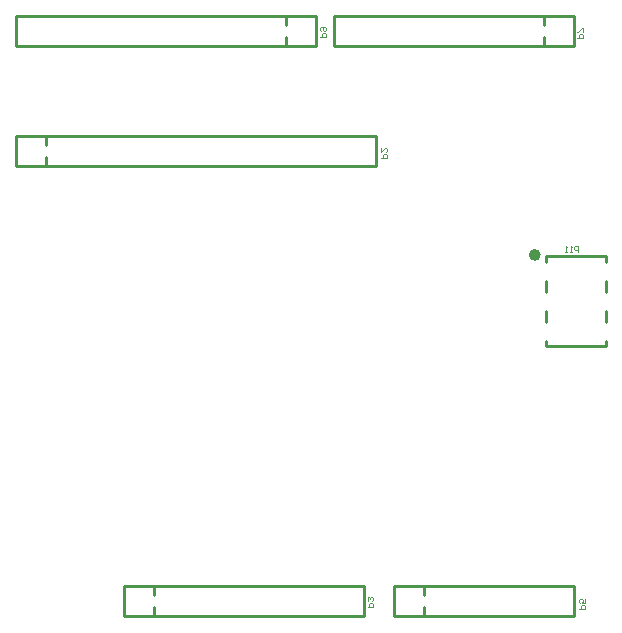
<source format=gbo>
G04*
G04 #@! TF.GenerationSoftware,Altium Limited,Altium Designer,22.6.1 (34)*
G04*
G04 Layer_Color=32896*
%FSLAX24Y24*%
%MOIN*%
G70*
G04*
G04 #@! TF.SameCoordinates,96953D4B-66F2-4494-BDAD-B8F046598AF4*
G04*
G04*
G04 #@! TF.FilePolarity,Positive*
G04*
G01*
G75*
%ADD13C,0.0100*%
%ADD14C,0.0200*%
%ADD17C,0.0039*%
D13*
X20550Y10223D02*
Y10412D01*
X22550Y10223D02*
Y10412D01*
X20550Y11026D02*
Y11416D01*
X22550Y11026D02*
Y11416D01*
X20550Y12030D02*
Y12420D01*
X22550Y12030D02*
Y12420D01*
X20550Y13034D02*
Y13223D01*
X22550Y13034D02*
Y13223D01*
X20550Y10223D02*
X22550D01*
X20550Y13223D02*
X22550D01*
X2900Y21223D02*
X12900D01*
X2900Y20223D02*
X12900D01*
Y21223D01*
X11900Y20223D02*
Y20523D01*
Y20923D02*
Y21223D01*
X2900Y20223D02*
Y21223D01*
X13500Y20223D02*
Y21223D01*
X21500D01*
X13500Y20223D02*
X21500D01*
Y21223D01*
X20500Y20223D02*
Y20523D01*
Y20923D02*
Y21223D01*
X15500Y1223D02*
X21500D01*
Y2223D01*
X15500D02*
X21500D01*
X15500Y1223D02*
Y2223D01*
X16500Y1923D02*
Y2223D01*
Y1223D02*
Y1523D01*
X14500Y1223D02*
Y2223D01*
X6500Y1223D02*
X14500D01*
X6500Y2223D02*
X14500D01*
X6500Y1223D02*
Y2223D01*
X7500Y1923D02*
Y2223D01*
Y1223D02*
Y1523D01*
X2904Y16223D02*
X14904D01*
X2904Y17223D02*
X14904D01*
X2904Y16223D02*
Y17223D01*
X3904Y16923D02*
Y17223D01*
Y16223D02*
Y16523D01*
X14904Y16223D02*
Y17223D01*
D14*
X20280Y13273D02*
G03*
X20280Y13273I-100J0D01*
G01*
D17*
X15069Y16519D02*
X15266D01*
Y16617D01*
X15233Y16650D01*
X15167D01*
X15135Y16617D01*
Y16519D01*
X15069Y16847D02*
Y16716D01*
X15200Y16847D01*
X15233D01*
X15266Y16814D01*
Y16749D01*
X15233Y16716D01*
X14606Y1526D02*
X14803D01*
Y1624D01*
X14770Y1657D01*
X14705D01*
X14672Y1624D01*
Y1526D01*
X14770Y1722D02*
X14803Y1755D01*
Y1821D01*
X14770Y1854D01*
X14737D01*
X14705Y1821D01*
Y1788D01*
Y1821D01*
X14672Y1854D01*
X14639D01*
X14606Y1821D01*
Y1755D01*
X14639Y1722D01*
X21604Y20512D02*
X21801D01*
Y20610D01*
X21768Y20643D01*
X21703D01*
X21670Y20610D01*
Y20512D01*
X21801Y20709D02*
Y20840D01*
X21768D01*
X21637Y20709D01*
X21604D01*
X13012Y20541D02*
X13209D01*
Y20640D01*
X13176Y20673D01*
X13110D01*
X13077Y20640D01*
Y20541D01*
X13045Y20738D02*
X13012Y20771D01*
Y20837D01*
X13045Y20869D01*
X13176D01*
X13209Y20837D01*
Y20771D01*
X13176Y20738D01*
X13143D01*
X13110Y20771D01*
Y20869D01*
X21644Y1476D02*
X21840D01*
Y1575D01*
X21808Y1608D01*
X21742D01*
X21709Y1575D01*
Y1476D01*
X21840Y1804D02*
Y1673D01*
X21742D01*
X21775Y1739D01*
Y1772D01*
X21742Y1804D01*
X21676D01*
X21644Y1772D01*
Y1706D01*
X21676Y1673D01*
X21624Y13366D02*
Y13563D01*
X21526D01*
X21493Y13530D01*
Y13465D01*
X21526Y13432D01*
X21624D01*
X21427Y13366D02*
X21362D01*
X21394D01*
Y13563D01*
X21427Y13530D01*
X21263Y13366D02*
X21198D01*
X21230D01*
Y13563D01*
X21263Y13530D01*
M02*

</source>
